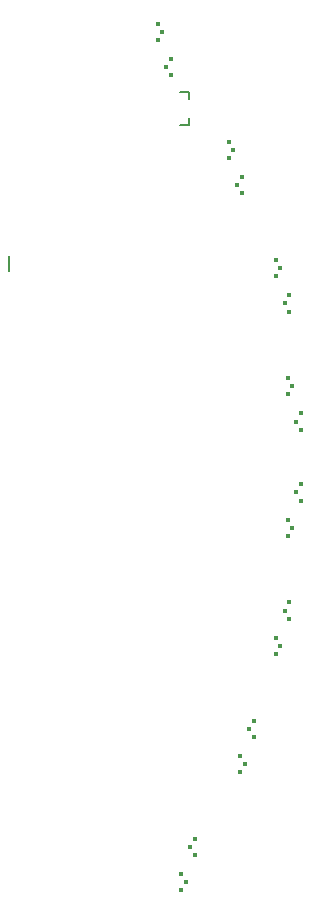
<source format=gbr>
G04 EAGLE Gerber RS-274X export*
G75*
%MOMM*%
%FSLAX34Y34*%
%LPD*%
%INSilkscreen Bottom*%
%IPPOS*%
%AMOC8*
5,1,8,0,0,1.08239X$1,22.5*%
G01*
%ADD10C,0.203200*%
%ADD11R,0.425000X0.325000*%
%ADD12R,0.350000X0.350000*%


D10*
X438102Y570230D02*
X438102Y557530D01*
D11*
X575625Y723125D03*
X575625Y736875D03*
D12*
X571750Y730000D03*
D11*
X635625Y623125D03*
X635625Y636875D03*
D12*
X631750Y630000D03*
D11*
X675625Y523125D03*
X675625Y536875D03*
D12*
X671750Y530000D03*
D11*
X685625Y423125D03*
X685625Y436875D03*
D12*
X681750Y430000D03*
D11*
X685625Y363125D03*
X685625Y376875D03*
D12*
X681750Y370000D03*
D11*
X675625Y263125D03*
X675625Y276875D03*
D12*
X671750Y270000D03*
D11*
X645625Y163125D03*
X645625Y176875D03*
D12*
X641750Y170000D03*
D11*
X595625Y63125D03*
X595625Y76875D03*
D12*
X591750Y70000D03*
D11*
X564375Y766875D03*
X564375Y753125D03*
D12*
X568250Y760000D03*
D11*
X624375Y666875D03*
X624375Y653125D03*
D12*
X628250Y660000D03*
D11*
X664375Y566875D03*
X664375Y553125D03*
D12*
X668250Y560000D03*
D11*
X674375Y466875D03*
X674375Y453125D03*
D12*
X678250Y460000D03*
D11*
X674375Y346875D03*
X674375Y333125D03*
D12*
X678250Y340000D03*
D11*
X664375Y246875D03*
X664375Y233125D03*
D12*
X668250Y240000D03*
D11*
X634375Y146875D03*
X634375Y133125D03*
D12*
X638250Y140000D03*
D11*
X584375Y46875D03*
X584375Y33125D03*
D12*
X588250Y40000D03*
D10*
X590800Y681296D02*
X590800Y687296D01*
X590800Y681296D02*
X582800Y681296D01*
X590800Y703296D02*
X590800Y709296D01*
X582800Y709296D01*
M02*

</source>
